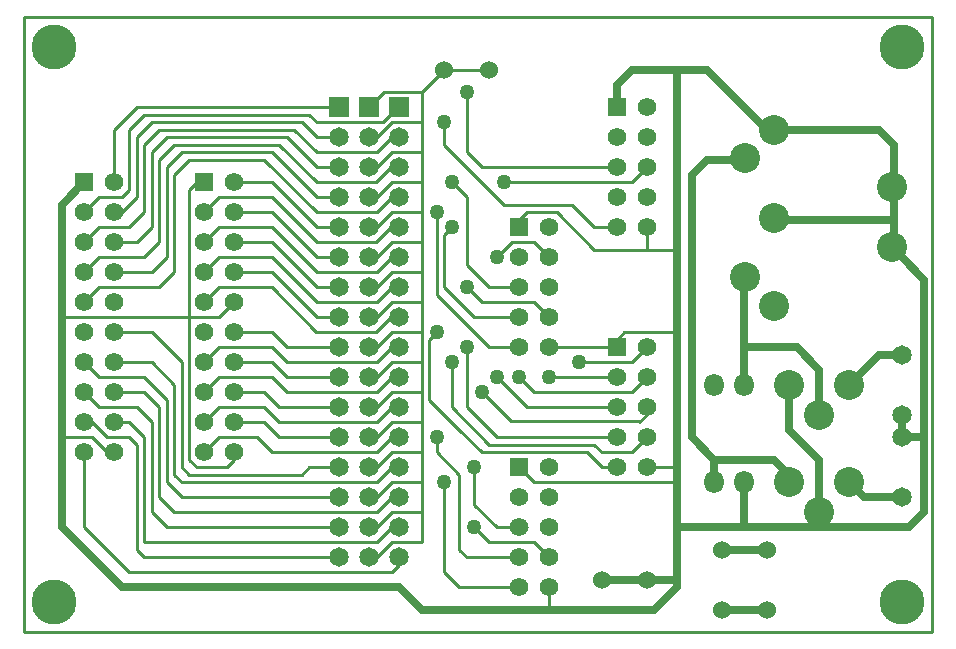
<source format=gbl>
%FSLAX23Y23*%
%MOIN*%
G70*
G01*
G75*
%ADD10C,0.010*%
%ADD11R,0.062X0.062*%
%ADD12C,0.062*%
%ADD13C,0.065*%
%ADD14R,0.065X0.065*%
%ADD15C,0.100*%
%ADD16O,0.065X0.075*%
%ADD17C,0.150*%
%ADD18R,0.060X0.060*%
%ADD19C,0.060*%
%ADD20C,0.050*%
%ADD21C,0.025*%
D10*
X9542Y6743D02*
X9567Y6718D01*
X9742D01*
X9592Y6893D02*
Y7018D01*
Y6893D02*
X9667Y6818D01*
X9767D01*
X9592D02*
X9642Y6768D01*
X9792D01*
X9842Y6718D01*
X9492Y6668D02*
Y6968D01*
Y6668D02*
X9542Y6618D01*
X9742D01*
X9267Y7818D02*
X9317Y7868D01*
X9267Y7918D02*
X9317Y7968D01*
X9267Y8018D02*
X9317Y8068D01*
Y6768D02*
X9417D01*
X9267Y6718D02*
X9317Y6768D01*
X9267Y6818D02*
X9317Y6868D01*
X9267Y6918D02*
X9317Y6968D01*
X9267Y7018D02*
X9317Y7068D01*
X9267Y7118D02*
X9317Y7168D01*
X9242Y7118D02*
X9267D01*
Y7218D02*
X9317Y7268D01*
X9242Y7218D02*
X9267D01*
X8967Y7268D02*
X9267D01*
X9317Y7318D01*
X9267D02*
X9317Y7368D01*
X9267Y7618D02*
X9317Y7668D01*
X9267Y7518D02*
X9317Y7568D01*
X9242Y8218D02*
X9292Y8268D01*
X9267Y8118D02*
X9317Y8168D01*
X8642Y7043D02*
X8667Y7018D01*
X8767D01*
X8792Y7043D01*
Y7068D01*
X8442Y6668D02*
X9317D01*
X9342Y6693D01*
X8492Y6718D02*
X9142D01*
X8567Y6818D02*
X9142D01*
X9317D02*
X9342D01*
X9267Y6768D02*
X9317Y6818D01*
X9267Y6868D02*
X9317Y6918D01*
X9342D01*
X8592Y6868D02*
X9267D01*
X8617Y6918D02*
X9167D01*
X8492Y6768D02*
X9264D01*
X9267Y6968D02*
X9317Y7018D01*
X8617Y6968D02*
X9267D01*
X8917Y7068D02*
X9267D01*
X9317Y7118D01*
X9042Y7018D02*
X9142D01*
X8942Y7118D02*
X9142D01*
X8942Y7218D02*
X9142D01*
X9267Y7168D02*
X9317Y7218D01*
X9267Y7368D02*
X9317Y7418D01*
X8967Y7318D02*
X9142D01*
X8967Y7418D02*
X9142D01*
X9064Y7468D02*
X9260D01*
X9264D02*
X9314Y7518D01*
X9267Y7568D02*
X9317Y7618D01*
X9067D02*
X9142D01*
X9267Y7668D02*
X9317Y7718D01*
X9067D02*
X9142D01*
X9067Y7768D02*
X9264D01*
X9314Y7818D02*
X9342D01*
X9264Y7768D02*
X9314Y7818D01*
X9067D02*
X9142D01*
X9067Y7868D02*
X9267D01*
X9317Y7918D01*
X9067D02*
X9142D01*
X9067Y7968D02*
X9264D01*
X9314Y8018D01*
X9067D02*
X9142D01*
X9067Y8118D02*
X9142D01*
X9067Y8168D02*
X9289D01*
X9339Y8218D01*
X8467D02*
X9142D01*
X9067Y7568D02*
X9264D01*
X8867Y7118D02*
X8917Y7068D01*
X8742Y7118D02*
X8867D01*
X8692Y7068D02*
X8742Y7118D01*
X8892Y7168D02*
X8942Y7118D01*
X8792Y7168D02*
X8892D01*
X8942D02*
X9267D01*
X8892Y7218D02*
X8942Y7168D01*
X8742Y7218D02*
X8892D01*
Y7268D02*
X8942Y7218D01*
X8792Y7268D02*
X8892D01*
X8917Y7318D02*
X8967Y7268D01*
X8742Y7318D02*
X8917D01*
Y7368D02*
X8967Y7318D01*
X8792Y7368D02*
X8917D01*
X8967D02*
X9264D01*
X8917Y7418D02*
X8967Y7368D01*
X8742Y7418D02*
X8917D01*
Y7468D02*
X8967Y7418D01*
X8792Y7468D02*
X8917D01*
Y7618D02*
X9064Y7468D01*
X8917Y7668D02*
X9067Y7518D01*
X8917Y7718D02*
X9067Y7568D01*
X8917Y7768D02*
X9067Y7618D01*
X8792Y7768D02*
X8917D01*
X8317Y7118D02*
X8367Y7068D01*
X8392D01*
X8742Y7518D02*
X8792Y7568D01*
X8642Y7943D02*
X8667Y7968D01*
X8692D01*
X9017Y6993D02*
X9042Y7018D01*
X8642Y6993D02*
X9017D01*
X8617Y7018D02*
X8642Y6993D01*
X8617Y7018D02*
Y7368D01*
X8517Y7468D02*
X8617Y7368D01*
X8392Y7468D02*
X8517D01*
X8742Y7618D02*
X8917D01*
X8792Y7668D02*
X8917D01*
X8742Y7718D02*
X8917D01*
X9067Y7668D02*
X9264D01*
X8917Y7818D02*
X9067Y7668D01*
X8742Y7818D02*
X8917D01*
Y7868D02*
X9067Y7718D01*
X8792Y7868D02*
X8917D01*
Y7918D02*
X9067Y7768D01*
X8742Y7918D02*
X8917D01*
Y7968D02*
X9067Y7818D01*
X8792Y7968D02*
X8917D01*
X9267Y8068D02*
X9317Y8118D01*
X8592Y6993D02*
X8617Y6968D01*
X8592Y6993D02*
Y7293D01*
X8517Y7368D02*
X8592Y7293D01*
X8392Y7368D02*
X8517D01*
X8567Y6968D02*
X8617Y6918D01*
X8567Y6968D02*
Y7243D01*
X8492Y7318D02*
X8567Y7243D01*
X8342Y7318D02*
X8492D01*
X8292Y7368D02*
X8342Y7318D01*
X8542Y6918D02*
X8592Y6868D01*
X8542Y6918D02*
Y7218D01*
X8492Y7268D02*
X8542Y7218D01*
X8392Y7268D02*
X8492D01*
X8517Y6868D02*
X8567Y6818D01*
X8517Y6868D02*
Y7168D01*
X8467Y7218D02*
X8517Y7168D01*
X8342Y7218D02*
X8467D01*
X8292Y7268D02*
X8342Y7218D01*
X8492Y6768D02*
Y6793D01*
Y7118D01*
X8442Y7168D02*
X8492Y7118D01*
X8392Y7168D02*
X8442D01*
X8467Y6743D02*
X8492Y6718D01*
X8467Y6743D02*
Y7093D01*
X8442Y7118D02*
X8467Y7093D01*
X8367Y7118D02*
X8442D01*
X8317Y7168D02*
X8367Y7118D01*
X8292Y7168D02*
X8317D01*
X8292Y6818D02*
X8442Y6668D01*
X8292Y6818D02*
Y7068D01*
X8692Y7168D02*
X8742Y7218D01*
X8692Y7268D02*
X8742Y7318D01*
X8692Y7368D02*
X8742Y7418D01*
X8692Y7568D02*
X8742Y7618D01*
X8692Y7668D02*
X8742Y7718D01*
X8692Y7768D02*
X8742Y7818D01*
X8692Y7868D02*
X8742Y7918D01*
X8692Y7968D02*
Y7993D01*
X8892Y8043D02*
X9067Y7868D01*
X8642Y8043D02*
X8892D01*
X8592Y7993D02*
X8642Y8043D01*
X8592Y7668D02*
Y7993D01*
X8542Y7618D02*
X8592Y7668D01*
X8342Y7618D02*
X8542D01*
X8292Y7568D02*
X8342Y7618D01*
X8617Y8068D02*
X8917D01*
X9067Y7918D01*
X8592Y8093D02*
X8942D01*
X8542Y8043D02*
X8592Y8093D01*
X8942D02*
X9067Y7968D01*
X8567Y8118D02*
X8967D01*
X9067Y8018D01*
X8542Y8143D02*
X8992D01*
X9067Y8068D02*
X9267D01*
X8992Y8143D02*
X9067Y8068D01*
X8517Y8168D02*
X9017D01*
X9067Y8118D01*
X8492Y8193D02*
X9042D01*
X9067Y8168D01*
X8567Y8018D02*
X8617Y8068D01*
X8567Y7718D02*
Y8018D01*
X8517Y7668D02*
X8567Y7718D01*
X8392Y7668D02*
X8517D01*
X8542Y7768D02*
Y8043D01*
X8492Y7718D02*
X8542Y7768D01*
X8342Y7718D02*
X8492D01*
X8292Y7668D02*
X8342Y7718D01*
X8517Y8068D02*
X8567Y8118D01*
X8517Y7818D02*
Y8068D01*
X8467Y7768D02*
X8517Y7818D01*
X8392Y7768D02*
X8467D01*
X8492Y8093D02*
X8542Y8143D01*
X8492Y7868D02*
Y8093D01*
X8442Y7818D02*
X8492Y7868D01*
X8342Y7818D02*
X8442D01*
X8292Y7768D02*
X8342Y7818D01*
X8467Y8118D02*
X8517Y8168D01*
X8467Y7918D02*
Y8118D01*
X8417Y7868D02*
X8467Y7918D01*
X8392Y7868D02*
X8417D01*
X8442Y8143D02*
X8492Y8193D01*
X8442Y7943D02*
Y8143D01*
X8417Y7918D02*
X8442Y7943D01*
X8342Y7918D02*
X8417D01*
X8292Y7868D02*
X8342Y7918D01*
X8392Y8143D02*
X8467Y8218D01*
X8392Y7968D02*
Y8143D01*
X10992Y7743D02*
X11017Y7718D01*
X9242Y8018D02*
X9267D01*
X9242Y7918D02*
X9267D01*
X9242Y7818D02*
X9267D01*
Y7718D02*
X9317Y7768D01*
X9242Y7718D02*
X9267D01*
X9242Y7618D02*
X9267D01*
X9242Y7518D02*
X9267D01*
Y7418D02*
X9317Y7468D01*
X9242Y7418D02*
X9267D01*
X9242Y7318D02*
X9267D01*
X9242Y7018D02*
X9267D01*
X9242Y6918D02*
X9267D01*
X9242Y6818D02*
X9267D01*
X9242Y6718D02*
X9267D01*
X9242Y8218D02*
Y8243D01*
X8092Y8443D02*
Y8518D01*
X8142D01*
X11057D02*
X11117D01*
Y8463D02*
Y8518D01*
Y6468D02*
Y6523D01*
X11112Y6468D02*
X11117D01*
X11057D02*
X11112D01*
X8092D02*
X8142D01*
X8092D02*
Y6518D01*
X10017Y7018D02*
X10067D01*
X9967Y7068D02*
X10017Y7018D01*
X9617Y7068D02*
X9967D01*
X9542Y7143D02*
X9617Y7068D01*
X9667Y7118D02*
X10067D01*
X9567Y7218D02*
X9667Y7118D01*
X9467Y7068D02*
X9542Y6993D01*
X9467Y7068D02*
Y7118D01*
X9542Y6743D02*
Y6993D01*
X9442Y7243D02*
X9542Y7143D01*
X9442Y7243D02*
Y7443D01*
X9467Y7468D01*
X10117Y7368D02*
X10167Y7418D01*
X9942Y7368D02*
X10117D01*
X10067Y7418D02*
Y7443D01*
X10092Y7468D01*
X9842Y7318D02*
X10067D01*
X10117Y7268D02*
X10167Y7318D01*
X9792Y7268D02*
X10117D01*
X10167Y7193D02*
Y7218D01*
X10117Y7068D02*
X10167Y7118D01*
X10017Y7068D02*
X10117D01*
X9992Y7093D02*
X10017Y7068D01*
X9517Y7218D02*
X9642Y7093D01*
X9517Y7218D02*
Y7368D01*
X9642Y7093D02*
X9992D01*
X9567Y7218D02*
Y7418D01*
X9767Y7218D02*
X10067D01*
X9667Y7318D02*
X9767Y7218D01*
X9742Y7318D02*
X9792Y7268D01*
X9617D02*
X9714Y7171D01*
X10145D01*
X10142Y7168D02*
X10167Y7193D01*
X9642Y7418D02*
X9742D01*
X9467Y7593D02*
X9642Y7418D01*
X9467Y7593D02*
Y7868D01*
X9592Y7518D02*
X9742D01*
X9492Y7618D02*
X9592Y7518D01*
X9492Y7618D02*
Y7793D01*
X9517Y7818D01*
X9792Y7568D02*
X9842Y7518D01*
X9617Y7568D02*
X9792D01*
X9567Y7618D02*
X9617Y7568D01*
X9792Y7768D02*
X9842Y7718D01*
X9667D02*
X9717Y7768D01*
X9792D01*
X9842Y7418D02*
X10067D01*
X9742Y7818D02*
Y7843D01*
X9767Y7868D01*
X9867D01*
X9992Y7743D01*
X9642Y7618D02*
X9742D01*
X9567Y7693D02*
X9642Y7618D01*
X9567Y7693D02*
Y7918D01*
X9517Y7968D02*
X9567Y7918D01*
X9742Y7018D02*
X9792Y6968D01*
X9617Y8018D02*
X10067D01*
X9567Y8068D02*
X9617Y8018D01*
X9567Y8068D02*
Y8268D01*
X10117Y7968D02*
X10167Y8018D01*
X9692Y7968D02*
X10117D01*
X9992Y7818D02*
X10067D01*
X9917Y7893D02*
X9992Y7818D01*
X9692Y7893D02*
X9917D01*
X9492Y8093D02*
X9692Y7893D01*
X9492Y8093D02*
Y8168D01*
X9067Y7518D02*
X9142D01*
X9292Y8268D02*
X9417D01*
X9492Y8343D02*
X9642D01*
X9417Y8268D02*
X9492Y8343D01*
X9317Y6868D02*
X9417D01*
X9317Y6968D02*
X9417D01*
X9317Y7068D02*
X9417D01*
X9317Y7168D02*
X9417D01*
X9317Y7268D02*
X9417D01*
X9317Y7368D02*
X9417D01*
X9317Y7468D02*
X9417D01*
X9317Y7568D02*
X9417D01*
X9317Y7668D02*
X9417D01*
X9317Y7768D02*
X9417D01*
X9317Y7868D02*
X9417D01*
X9317Y7968D02*
X9417D01*
X9317Y8068D02*
X9417D01*
X9317Y8168D02*
X9417D01*
Y6768D02*
Y8268D01*
X9842Y6543D02*
Y6618D01*
X9792Y6968D02*
X10267D01*
X8217Y7118D02*
X8317D01*
X10167Y7018D02*
X10267D01*
X10092Y7468D02*
X10267D01*
X10167Y7743D02*
Y7818D01*
X8642Y7043D02*
Y7943D01*
X8217Y7518D02*
X8742D01*
X9992Y7743D02*
X10267D01*
X8092Y6468D02*
X11117D01*
Y8518D01*
X8092D02*
X11117D01*
X8092Y6468D02*
Y8518D01*
D11*
X10067Y7418D02*
D03*
X9742Y7018D02*
D03*
X8292Y7968D02*
D03*
X9742Y7818D02*
D03*
X8692Y7968D02*
D03*
D12*
X10167Y7418D02*
D03*
X10067Y7318D02*
D03*
X10167D02*
D03*
X10067Y7218D02*
D03*
X10167D02*
D03*
X10067Y7118D02*
D03*
X10167D02*
D03*
X10067Y7018D02*
D03*
X10167D02*
D03*
X9842D02*
D03*
X9742Y6918D02*
D03*
X9842D02*
D03*
X9742Y6818D02*
D03*
X9842D02*
D03*
X9742Y6718D02*
D03*
X9842D02*
D03*
X9742Y6618D02*
D03*
X9842D02*
D03*
X8792Y7468D02*
D03*
Y7568D02*
D03*
Y7068D02*
D03*
X8392D02*
D03*
X10167Y8218D02*
D03*
X10067Y8118D02*
D03*
X10167D02*
D03*
X10067Y8018D02*
D03*
X10167D02*
D03*
X10067Y7918D02*
D03*
X10167D02*
D03*
Y7818D02*
D03*
X9842Y7418D02*
D03*
X9742D02*
D03*
X9842Y7518D02*
D03*
X9742D02*
D03*
X9842Y7618D02*
D03*
X9742D02*
D03*
X9842Y7718D02*
D03*
X9742D02*
D03*
X9842Y7818D02*
D03*
X8792Y7968D02*
D03*
X8692Y7868D02*
D03*
X8792D02*
D03*
X8692Y7768D02*
D03*
X8792D02*
D03*
X8692Y7668D02*
D03*
X8792D02*
D03*
X8692Y7568D02*
D03*
Y7468D02*
D03*
Y7368D02*
D03*
X8792D02*
D03*
X8692Y7268D02*
D03*
X8792D02*
D03*
X8692Y7168D02*
D03*
X8792D02*
D03*
X8692Y7068D02*
D03*
X8392Y7968D02*
D03*
X8292Y7868D02*
D03*
X8392D02*
D03*
X8292Y7768D02*
D03*
X8392D02*
D03*
X8292Y7668D02*
D03*
X8392D02*
D03*
X8292Y7568D02*
D03*
Y7468D02*
D03*
X8392D02*
D03*
X8292Y7368D02*
D03*
X8392D02*
D03*
X8292Y7268D02*
D03*
X8392D02*
D03*
X8292Y7168D02*
D03*
X8392D02*
D03*
X8292Y7068D02*
D03*
X8392Y7568D02*
D03*
X10067Y7818D02*
D03*
D13*
X9342Y7518D02*
D03*
Y6718D02*
D03*
Y6818D02*
D03*
Y6918D02*
D03*
Y7018D02*
D03*
Y7118D02*
D03*
Y7218D02*
D03*
Y7318D02*
D03*
Y7418D02*
D03*
Y7618D02*
D03*
Y7718D02*
D03*
Y7818D02*
D03*
Y7918D02*
D03*
Y8018D02*
D03*
Y8118D02*
D03*
X9142Y6718D02*
D03*
Y6818D02*
D03*
Y6918D02*
D03*
Y7018D02*
D03*
Y7118D02*
D03*
Y7218D02*
D03*
Y7318D02*
D03*
Y7418D02*
D03*
Y7518D02*
D03*
Y7618D02*
D03*
Y7718D02*
D03*
Y7818D02*
D03*
Y7918D02*
D03*
Y8018D02*
D03*
Y8118D02*
D03*
X9242D02*
D03*
Y8018D02*
D03*
Y7918D02*
D03*
Y7818D02*
D03*
Y7718D02*
D03*
Y7618D02*
D03*
Y7518D02*
D03*
Y7418D02*
D03*
Y7318D02*
D03*
Y7218D02*
D03*
Y7118D02*
D03*
Y7018D02*
D03*
Y6918D02*
D03*
Y6818D02*
D03*
Y6718D02*
D03*
X11017Y7118D02*
D03*
Y7193D02*
D03*
Y7393D02*
D03*
Y6918D02*
D03*
D14*
X9342Y8218D02*
D03*
X9142D02*
D03*
X9242D02*
D03*
D15*
X10592Y7849D02*
D03*
Y8143D02*
D03*
X10985Y7750D02*
D03*
Y7950D02*
D03*
X10742Y6868D02*
D03*
X10642Y7293D02*
D03*
X10494Y7652D02*
D03*
Y8047D02*
D03*
X10592Y7554D02*
D03*
X10742Y7193D02*
D03*
X10842Y7293D02*
D03*
X10642Y6968D02*
D03*
X10842D02*
D03*
D16*
X10492D02*
D03*
X10392Y7293D02*
D03*
Y6968D02*
D03*
X10492Y7293D02*
D03*
D17*
X11017Y6568D02*
D03*
X8192Y8418D02*
D03*
Y6568D02*
D03*
X11017Y8418D02*
D03*
D18*
X10067Y8218D02*
D03*
D19*
X10417Y6743D02*
D03*
X10567D02*
D03*
X10017Y6643D02*
D03*
X10417Y6543D02*
D03*
X10167Y6643D02*
D03*
X10567Y6543D02*
D03*
X9642Y8343D02*
D03*
X9492D02*
D03*
D20*
X9592Y7018D02*
D03*
X9467Y7118D02*
D03*
X9592Y6818D02*
D03*
X9492Y6968D02*
D03*
X9467Y7468D02*
D03*
X9567Y7418D02*
D03*
X9942Y7368D02*
D03*
X9517D02*
D03*
X9617Y7268D02*
D03*
X9667Y7318D02*
D03*
X9742D02*
D03*
X9842D02*
D03*
X9467Y7868D02*
D03*
X9517Y7818D02*
D03*
X9567Y7618D02*
D03*
X9667Y7718D02*
D03*
X9517Y7968D02*
D03*
X9567Y8268D02*
D03*
X9692Y7968D02*
D03*
X9492Y8168D02*
D03*
D21*
X10367Y8343D02*
X10567Y8143D01*
X9342Y6618D02*
X9417Y6543D01*
X8417Y6618D02*
X9342D01*
X10592Y7043D02*
X10642Y6993D01*
X10492Y7293D02*
Y7643D01*
X10367Y8043D02*
X10467D01*
X10417Y6543D02*
X10567D01*
X10417Y6743D02*
X10567D01*
X10742Y6868D02*
Y7043D01*
X10992Y7743D02*
Y8093D01*
X11017Y7718D02*
X11092Y7643D01*
X10317Y7118D02*
Y7993D01*
Y7118D02*
X10392Y7043D01*
X10317Y7993D02*
X10367Y8043D01*
X10567Y8143D02*
X10942D01*
X10992Y8093D01*
X11017Y7118D02*
Y7193D01*
X10392Y7043D02*
X10592D01*
X10492Y7418D02*
X10667D01*
X10742Y7193D02*
Y7343D01*
X10667Y7418D02*
X10742Y7343D01*
X10392Y6968D02*
Y7043D01*
X10642Y7143D02*
X10742Y7043D01*
X11042Y6818D02*
X11092Y6868D01*
X10642Y7143D02*
Y7293D01*
X10892Y6918D02*
X11017D01*
X10842Y6968D02*
X10892Y6918D01*
X10942Y7393D02*
X11017D01*
X10842Y7293D02*
X10942Y7393D01*
X10598Y7843D02*
X10992D01*
X8217Y6818D02*
X8417Y6618D01*
X10192Y6543D02*
X10267Y6618D01*
X8217Y7893D02*
X8292Y7968D01*
X10067Y8293D02*
X10117Y8343D01*
X10067Y8218D02*
Y8293D01*
X10017Y6643D02*
X10167D01*
X10267D01*
X10492Y6818D02*
Y6968D01*
X11017Y7118D02*
X11092D01*
X9417Y6543D02*
X10192D01*
X8217Y6818D02*
Y7893D01*
X10267Y6818D02*
X11042D01*
X11092Y6868D02*
Y7643D01*
X10267Y6618D02*
Y8343D01*
X10117D02*
X10367D01*
M02*

</source>
